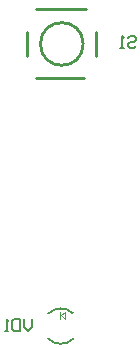
<source format=gbo>
G04 Layer_Color=32896*
%FSLAX24Y24*%
%MOIN*%
G70*
G01*
G75*
%ADD10C,0.0079*%
%ADD30C,0.0039*%
%ADD31C,0.0100*%
%ADD45C,0.0071*%
D10*
X44523Y27441D02*
Y27178D01*
X44392Y27047D01*
X44260Y27178D01*
Y27441D01*
X44129D02*
Y27047D01*
X43932D01*
X43867Y27113D01*
Y27375D01*
X43932Y27441D01*
X44129D01*
X43736Y27047D02*
X43604D01*
X43670D01*
Y27441D01*
X43736Y27375D01*
X47720Y36804D02*
X47786Y36870D01*
X47917D01*
X47982Y36804D01*
Y36739D01*
X47917Y36673D01*
X47786D01*
X47720Y36608D01*
Y36542D01*
X47786Y36476D01*
X47917D01*
X47982Y36542D01*
X47589Y36476D02*
X47458D01*
X47523D01*
Y36870D01*
X47589Y36804D01*
D30*
X45453Y27441D02*
Y27677D01*
X45610Y27441D02*
Y27677D01*
X45492Y27559D02*
X45610Y27677D01*
X45492Y27559D02*
X45610Y27441D01*
D31*
X46223Y36609D02*
G03*
X46223Y36609I-710J0D01*
G01*
X44663Y37759D02*
X46313D01*
X44663Y35459D02*
X46263D01*
X44363Y36209D02*
Y37009D01*
X46663Y36209D02*
Y37009D01*
D45*
X45898Y27622D02*
G03*
X45063Y27622I-418J-418D01*
G01*
Y26787D02*
G03*
X45898Y26787I418J418D01*
G01*
M02*

</source>
